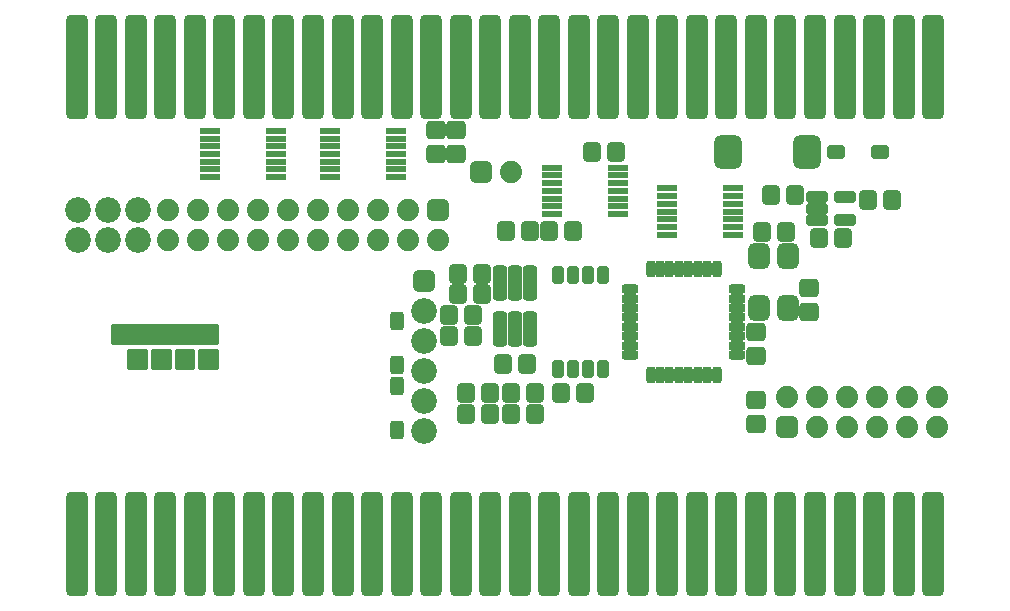
<source format=gts>
G04*
G04  File:            DXEMU_GERBER.GTS, Fri Jul 12 00:14:53 2019*
G04  Source:          P-CAD 2006 PCB, Version 19.02.958, (D:\retrocomputing\dxemu\PCB\temp\dxemu_gerber.pcb)*
G04  Format:          Gerber Format (RS-274-D), ASCII*
G04*
G04  Format Options:  Absolute Positioning*
G04                   Leading-Zero Suppression*
G04                   Scale Factor 1:1*
G04                   NO Circular Interpolation*
G04                   Inch Units*
G04                   Numeric Format: 4.4 (XXXX.XXXX)*
G04                   G54 NOT Used for Aperture Change*
G04                   Apertures Embedded*
G04*
G04  File Options:    Offset = (0.0mil,0.0mil)*
G04                   Drill Symbol Size = 80.0mil*
G04                   Pad/Via Holes*
G04*
G04  File Contents:   Pads*
G04                   Vias*
G04                   No Designators*
G04                   No Types*
G04                   No Values*
G04                   No Drill Symbols*
G04                   Top Mask*
G04*
%INDXEMU_GERBER.GTS*%
%ICAS*%
%MOIN*%
G04*
G04  Aperture MACROs for general use --- invoked via D-code assignment *
G04*
G04  General MACRO for flashed round with rotation and/or offset hole *
%AMROTOFFROUND*
1,1,$1,0.0000,0.0000*
1,0,$2,$3,$4*%
G04*
G04  General MACRO for flashed oval (obround) with rotation and/or offset hole *
%AMROTOFFOVAL*
21,1,$1,$2,0.0000,0.0000,$3*
1,1,$4,$5,$6*
1,1,$4,0-$5,0-$6*
1,0,$7,$8,$9*%
G04*
G04  General MACRO for flashed oval (obround) with rotation and no hole *
%AMROTOVALNOHOLE*
21,1,$1,$2,0.0000,0.0000,$3*
1,1,$4,$5,$6*
1,1,$4,0-$5,0-$6*%
G04*
G04  General MACRO for flashed rectangle with rotation and/or offset hole *
%AMROTOFFRECT*
21,1,$1,$2,0.0000,0.0000,$3*
1,0,$4,$5,$6*%
G04*
G04  General MACRO for flashed rectangle with rotation and no hole *
%AMROTRECTNOHOLE*
21,1,$1,$2,0.0000,0.0000,$3*%
G04*
G04  General MACRO for flashed rounded-rectangle *
%AMROUNDRECT*
21,1,$1,$2-$4,0.0000,0.0000,$3*
21,1,$1-$4,$2,0.0000,0.0000,$3*
1,1,$4,$5,$6*
1,1,$4,$7,$8*
1,1,$4,0-$5,0-$6*
1,1,$4,0-$7,0-$8*
1,0,$9,$10,$11*%
G04*
G04  General MACRO for flashed rounded-rectangle with rotation and no hole *
%AMROUNDRECTNOHOLE*
21,1,$1,$2-$4,0.0000,0.0000,$3*
21,1,$1-$4,$2,0.0000,0.0000,$3*
1,1,$4,$5,$6*
1,1,$4,$7,$8*
1,1,$4,0-$5,0-$6*
1,1,$4,0-$7,0-$8*%
G04*
G04  General MACRO for flashed regular polygon *
%AMREGPOLY*
5,1,$1,0.0000,0.0000,$2,$3+$4*
1,0,$5,$6,$7*%
G04*
G04  General MACRO for flashed regular polygon with no hole *
%AMREGPOLYNOHOLE*
5,1,$1,0.0000,0.0000,$2,$3+$4*%
G04*
G04  General MACRO for target *
%AMTARGET*
6,0,0,$1,$2,$3,4,$4,$5,$6*%
G04*
G04  General MACRO for mounting hole *
%AMMTHOLE*
1,1,$1,0,0*
1,0,$2,0,0*
$1=$1-$2*
$1=$1/2*
21,1,$2+$1,$3,0,0,$4*
21,1,$3,$2+$1,0,0,$4*%
G04*
G04*
G04  D10 : "Ellipse X0.254mm Y0.254mm H0.000mm 0.0deg (0.000mm,0.000mm) Draw"*
G04  Disc: OuterDia=0.0100*
%ADD10C, 0.0100*%
G04  D11 : "Ellipse X0.300mm Y0.300mm H0.000mm 0.0deg (0.000mm,0.000mm) Draw"*
G04  Disc: OuterDia=0.0118*
%ADD11C, 0.0118*%
G04  D12 : "Ellipse X0.350mm Y0.350mm H0.000mm 0.0deg (0.000mm,0.000mm) Draw"*
G04  Disc: OuterDia=0.0138*
%ADD12C, 0.0138*%
G04  D13 : "Ellipse X0.400mm Y0.400mm H0.000mm 0.0deg (0.000mm,0.000mm) Draw"*
G04  Disc: OuterDia=0.0157*
%ADD13C, 0.0157*%
G04  D14 : "Ellipse X0.500mm Y0.500mm H0.000mm 0.0deg (0.000mm,0.000mm) Draw"*
G04  Disc: OuterDia=0.0197*
%ADD14C, 0.0197*%
G04  D15 : "Ellipse X0.100mm Y0.100mm H0.000mm 0.0deg (0.000mm,0.000mm) Draw"*
G04  Disc: OuterDia=0.0039*
%ADD15C, 0.0039*%
G04  D16 : "Ellipse X1.000mm Y1.000mm H0.000mm 0.0deg (0.000mm,0.000mm) Draw"*
G04  Disc: OuterDia=0.0394*
%ADD16C, 0.0394*%
G04  D17 : "Ellipse X0.130mm Y0.130mm H0.000mm 0.0deg (0.000mm,0.000mm) Draw"*
G04  Disc: OuterDia=0.0051*
%ADD17C, 0.0051*%
G04  D18 : "Ellipse X0.150mm Y0.150mm H0.000mm 0.0deg (0.000mm,0.000mm) Draw"*
G04  Disc: OuterDia=0.0059*
%ADD18C, 0.0059*%
G04  D19 : "Ellipse X0.200mm Y0.200mm H0.000mm 0.0deg (0.000mm,0.000mm) Draw"*
G04  Disc: OuterDia=0.0079*
%ADD19C, 0.0079*%
G04  D20 : "Ellipse X0.250mm Y0.250mm H0.000mm 0.0deg (0.000mm,0.000mm) Draw"*
G04  Disc: OuterDia=0.0098*
%ADD20C, 0.0098*%
G04  D21 : "Ellipse X1.500mm Y1.500mm H0.000mm 0.0deg (0.000mm,0.000mm) Flash"*
G04  Disc: OuterDia=0.0591*
%ADD21C, 0.0591*%
G04  D22 : "Ellipse X1.800mm Y1.800mm H0.000mm 0.0deg (0.000mm,0.000mm) Flash"*
G04  Disc: OuterDia=0.0709*
%ADD22C, 0.0709*%
G04  D23 : "Ellipse X1.881mm Y1.881mm H0.000mm 0.0deg (0.000mm,0.000mm) Flash"*
G04  Disc: OuterDia=0.0741*
%ADD23C, 0.0741*%
G04  D24 : "Ellipse X2.181mm Y2.181mm H0.000mm 0.0deg (0.000mm,0.000mm) Flash"*
G04  Disc: OuterDia=0.0859*
%ADD24C, 0.0859*%
G04  D25 : "Rounded Rectangle X0.850mm Y2.600mm H0.000mm 0.0deg (0.000mm,0.000mm) Flash"*
G04  RoundRct: DimX=0.0335, DimY=0.1024, CornerRad=0.0084, Rotation=0.0, OffsetX=0.0000, OffsetY=0.0000, HoleDia=0.0000 *
%ADD25ROUNDRECTNOHOLE, 0.0335 X0.1024 X0.0 X0.0167 X-0.0084 X-0.0428 X-0.0084 X0.0428*%
G04  D26 : "Rounded Rectangle X1.231mm Y2.981mm H0.000mm 0.0deg (0.000mm,0.000mm) Flash"*
G04  RoundRct: DimX=0.0485, DimY=0.1174, CornerRad=0.0121, Rotation=0.0, OffsetX=0.0000, OffsetY=0.0000, HoleDia=0.0000 *
%ADD26ROUNDRECTNOHOLE, 0.0485 X0.1174 X0.0 X0.0242 X-0.0121 X-0.0466 X-0.0121 X0.0466*%
G04  D27 : "Rounded Rectangle X1.500mm Y8.500mm H0.000mm 0.0deg (0.000mm,0.000mm) Flash"*
G04  RoundRct: DimX=0.0591, DimY=0.3346, CornerRad=0.0148, Rotation=0.0, OffsetX=0.0000, OffsetY=0.0000, HoleDia=0.0000 *
%ADD27ROUNDRECTNOHOLE, 0.0591 X0.3346 X0.0 X0.0295 X-0.0148 X-0.1526 X-0.0148 X0.1526*%
G04  D28 : "Rounded Rectangle X1.881mm Y8.881mm H0.000mm 0.0deg (0.000mm,0.000mm) Flash"*
G04  RoundRct: DimX=0.0741, DimY=0.3496, CornerRad=0.0185, Rotation=0.0, OffsetX=0.0000, OffsetY=0.0000, HoleDia=0.0000 *
%ADD28ROUNDRECTNOHOLE, 0.0741 X0.3496 X0.0 X0.0370 X-0.0185 X-0.1563 X-0.0185 X0.1563*%
G04  D29 : "Rounded Rectangle X1.000mm Y0.400mm H0.000mm 0.0deg (0.000mm,0.000mm) Flash"*
G04  RoundRct: DimX=0.0394, DimY=0.0157, CornerRad=0.0039, Rotation=0.0, OffsetX=0.0000, OffsetY=0.0000, HoleDia=0.0000 *
%ADD29ROUNDRECTNOHOLE, 0.0394 X0.0157 X0.0 X0.0079 X-0.0157 X-0.0039 X-0.0157 X0.0039*%
G04  D30 : "Rounded Rectangle X0.400mm Y1.000mm H0.000mm 0.0deg (0.000mm,0.000mm) Flash"*
G04  RoundRct: DimX=0.0157, DimY=0.0394, CornerRad=0.0039, Rotation=0.0, OffsetX=0.0000, OffsetY=0.0000, HoleDia=0.0000 *
%ADD30ROUNDRECTNOHOLE, 0.0157 X0.0394 X0.0 X0.0079 X-0.0039 X-0.0157 X-0.0039 X0.0157*%
G04  D31 : "Rounded Rectangle X0.600mm Y1.100mm H0.000mm 0.0deg (0.000mm,0.000mm) Flash"*
G04  RoundRct: DimX=0.0236, DimY=0.0433, CornerRad=0.0059, Rotation=0.0, OffsetX=0.0000, OffsetY=0.0000, HoleDia=0.0000 *
%ADD31ROUNDRECTNOHOLE, 0.0236 X0.0433 X0.0 X0.0118 X-0.0059 X-0.0157 X-0.0059 X0.0157*%
G04  D32 : "Rounded Rectangle X1.200mm Y0.800mm H0.000mm 0.0deg (0.000mm,0.000mm) Flash"*
G04  RoundRct: DimX=0.0472, DimY=0.0315, CornerRad=0.0079, Rotation=0.0, OffsetX=0.0000, OffsetY=0.0000, HoleDia=0.0000 *
%ADD32ROUNDRECTNOHOLE, 0.0472 X0.0315 X0.0 X0.0157 X-0.0157 X-0.0079 X-0.0157 X0.0079*%
G04  D33 : "Rounded Rectangle X0.800mm Y1.200mm H0.000mm 0.0deg (0.000mm,0.000mm) Flash"*
G04  RoundRct: DimX=0.0315, DimY=0.0472, CornerRad=0.0079, Rotation=0.0, OffsetX=0.0000, OffsetY=0.0000, HoleDia=0.0000 *
%ADD33ROUNDRECTNOHOLE, 0.0315 X0.0472 X0.0 X0.0157 X-0.0079 X-0.0157 X-0.0079 X0.0157*%
G04  D34 : "Rounded Rectangle X1.200mm Y1.300mm H0.000mm 0.0deg (0.000mm,0.000mm) Flash"*
G04  RoundRct: DimX=0.0472, DimY=0.0512, CornerRad=0.0118, Rotation=0.0, OffsetX=0.0000, OffsetY=0.0000, HoleDia=0.0000 *
%ADD34ROUNDRECTNOHOLE, 0.0472 X0.0512 X0.0 X0.0236 X-0.0118 X-0.0138 X-0.0118 X0.0138*%
G04  D35 : "Rounded Rectangle X1.300mm Y1.200mm H0.000mm 0.0deg (0.000mm,0.000mm) Flash"*
G04  RoundRct: DimX=0.0512, DimY=0.0472, CornerRad=0.0118, Rotation=0.0, OffsetX=0.0000, OffsetY=0.0000, HoleDia=0.0000 *
%ADD35ROUNDRECTNOHOLE, 0.0512 X0.0472 X0.0 X0.0236 X-0.0138 X-0.0118 X-0.0138 X0.0118*%
G04  D36 : "Rounded Rectangle X1.381mm Y0.781mm H0.000mm 0.0deg (0.000mm,0.000mm) Flash"*
G04  RoundRct: DimX=0.0544, DimY=0.0307, CornerRad=0.0077, Rotation=0.0, OffsetX=0.0000, OffsetY=0.0000, HoleDia=0.0000 *
%ADD36ROUNDRECTNOHOLE, 0.0544 X0.0307 X0.0 X0.0154 X-0.0195 X-0.0077 X-0.0195 X0.0077*%
G04  D37 : "Rounded Rectangle X0.781mm Y1.381mm H0.000mm 0.0deg (0.000mm,0.000mm) Flash"*
G04  RoundRct: DimX=0.0307, DimY=0.0544, CornerRad=0.0077, Rotation=0.0, OffsetX=0.0000, OffsetY=0.0000, HoleDia=0.0000 *
%ADD37ROUNDRECTNOHOLE, 0.0307 X0.0544 X0.0 X0.0154 X-0.0077 X-0.0195 X-0.0077 X0.0195*%
G04  D38 : "Rounded Rectangle X0.981mm Y1.481mm H0.000mm 0.0deg (0.000mm,0.000mm) Flash"*
G04  RoundRct: DimX=0.0386, DimY=0.0583, CornerRad=0.0097, Rotation=0.0, OffsetX=0.0000, OffsetY=0.0000, HoleDia=0.0000 *
%ADD38ROUNDRECTNOHOLE, 0.0386 X0.0583 X0.0 X0.0193 X-0.0097 X-0.0195 X-0.0097 X0.0195*%
G04  D39 : "Rounded Rectangle X1.500mm Y0.600mm H0.000mm 0.0deg (0.000mm,0.000mm) Flash"*
G04  RoundRct: DimX=0.0591, DimY=0.0236, CornerRad=0.0059, Rotation=0.0, OffsetX=0.0000, OffsetY=0.0000, HoleDia=0.0000 *
%ADD39ROUNDRECTNOHOLE, 0.0591 X0.0236 X0.0 X0.0118 X-0.0236 X-0.0059 X-0.0236 X0.0059*%
G04  D40 : "Rounded Rectangle X1.500mm Y1.500mm H0.000mm 0.0deg (0.000mm,0.000mm) Flash"*
G04  RoundRct: DimX=0.0591, DimY=0.0591, CornerRad=0.0148, Rotation=0.0, OffsetX=0.0000, OffsetY=0.0000, HoleDia=0.0000 *
%ADD40ROUNDRECTNOHOLE, 0.0591 X0.0591 X0.0 X0.0295 X-0.0148 X-0.0148 X-0.0148 X0.0148*%
G04  D41 : "Rounded Rectangle X1.581mm Y1.181mm H0.000mm 0.0deg (0.000mm,0.000mm) Flash"*
G04  RoundRct: DimX=0.0622, DimY=0.0465, CornerRad=0.0116, Rotation=0.0, OffsetX=0.0000, OffsetY=0.0000, HoleDia=0.0000 *
%ADD41ROUNDRECTNOHOLE, 0.0622 X0.0465 X0.0 X0.0232 X-0.0195 X-0.0116 X-0.0195 X0.0116*%
G04  D42 : "Rounded Rectangle X1.181mm Y1.581mm H0.000mm 0.0deg (0.000mm,0.000mm) Flash"*
G04  RoundRct: DimX=0.0465, DimY=0.0622, CornerRad=0.0116, Rotation=0.0, OffsetX=0.0000, OffsetY=0.0000, HoleDia=0.0000 *
%ADD42ROUNDRECTNOHOLE, 0.0465 X0.0622 X0.0 X0.0232 X-0.0116 X-0.0195 X-0.0116 X0.0195*%
G04  D43 : "Rounded Rectangle X1.581mm Y1.681mm H0.000mm 0.0deg (0.000mm,0.000mm) Flash"*
G04  RoundRct: DimX=0.0622, DimY=0.0662, CornerRad=0.0156, Rotation=0.0, OffsetX=0.0000, OffsetY=0.0000, HoleDia=0.0000 *
%ADD43ROUNDRECTNOHOLE, 0.0622 X0.0662 X0.0 X0.0311 X-0.0156 X-0.0175 X-0.0156 X0.0175*%
G04  D44 : "Rounded Rectangle X1.681mm Y1.581mm H0.000mm 0.0deg (0.000mm,0.000mm) Flash"*
G04  RoundRct: DimX=0.0662, DimY=0.0622, CornerRad=0.0156, Rotation=0.0, OffsetX=0.0000, OffsetY=0.0000, HoleDia=0.0000 *
%ADD44ROUNDRECTNOHOLE, 0.0662 X0.0622 X0.0 X0.0311 X-0.0175 X-0.0156 X-0.0175 X0.0156*%
G04  D45 : "Rounded Rectangle X1.400mm Y1.800mm H0.000mm 0.0deg (0.000mm,0.000mm) Flash"*
G04  RoundRct: DimX=0.0551, DimY=0.0709, CornerRad=0.0138, Rotation=0.0, OffsetX=0.0000, OffsetY=0.0000, HoleDia=0.0000 *
%ADD45ROUNDRECTNOHOLE, 0.0551 X0.0709 X0.0 X0.0276 X-0.0138 X-0.0217 X-0.0138 X0.0217*%
G04  D46 : "Rounded Rectangle X1.800mm Y1.800mm H0.000mm 0.0deg (0.000mm,0.000mm) Flash"*
G04  RoundRct: DimX=0.0709, DimY=0.0709, CornerRad=0.0177, Rotation=0.0, OffsetX=0.0000, OffsetY=0.0000, HoleDia=0.0000 *
%ADD46ROUNDRECTNOHOLE, 0.0709 X0.0709 X0.0 X0.0354 X-0.0177 X-0.0177 X-0.0177 X0.0177*%
G04  D47 : "Rounded Rectangle X1.881mm Y0.981mm H0.000mm 0.0deg (0.000mm,0.000mm) Flash"*
G04  RoundRct: DimX=0.0741, DimY=0.0386, CornerRad=0.0097, Rotation=0.0, OffsetX=0.0000, OffsetY=0.0000, HoleDia=0.0000 *
%ADD47ROUNDRECTNOHOLE, 0.0741 X0.0386 X0.0 X0.0193 X-0.0274 X-0.0097 X-0.0274 X0.0097*%
G04  D48 : "Rounded Rectangle X1.881mm Y1.881mm H0.000mm 0.0deg (0.000mm,0.000mm) Flash"*
G04  RoundRct: DimX=0.0741, DimY=0.0741, CornerRad=0.0185, Rotation=0.0, OffsetX=0.0000, OffsetY=0.0000, HoleDia=0.0000 *
%ADD48ROUNDRECTNOHOLE, 0.0741 X0.0741 X0.0 X0.0370 X-0.0185 X-0.0185 X-0.0185 X0.0185*%
G04  D49 : "Rounded Rectangle X2.000mm Y2.500mm H0.000mm 0.0deg (0.000mm,0.000mm) Flash"*
G04  RoundRct: DimX=0.0787, DimY=0.0984, CornerRad=0.0197, Rotation=0.0, OffsetX=0.0000, OffsetY=0.0000, HoleDia=0.0000 *
%ADD49ROUNDRECTNOHOLE, 0.0787 X0.0984 X0.0 X0.0394 X-0.0197 X-0.0295 X-0.0197 X0.0295*%
G04  D50 : "Rounded Rectangle X1.781mm Y2.181mm H0.000mm 0.0deg (0.000mm,0.000mm) Flash"*
G04  RoundRct: DimX=0.0701, DimY=0.0859, CornerRad=0.0175, Rotation=0.0, OffsetX=0.0000, OffsetY=0.0000, HoleDia=0.0000 *
%ADD50ROUNDRECTNOHOLE, 0.0701 X0.0859 X0.0 X0.0351 X-0.0175 X-0.0254 X-0.0175 X0.0254*%
G04  D51 : "Rounded Rectangle X2.181mm Y2.181mm H0.000mm 0.0deg (0.000mm,0.000mm) Flash"*
G04  RoundRct: DimX=0.0859, DimY=0.0859, CornerRad=0.0215, Rotation=0.0, OffsetX=0.0000, OffsetY=0.0000, HoleDia=0.0000 *
%ADD51ROUNDRECTNOHOLE, 0.0859 X0.0859 X0.0 X0.0429 X-0.0215 X-0.0215 X-0.0215 X0.0215*%
G04  D52 : "Rounded Rectangle X2.381mm Y2.881mm H0.000mm 0.0deg (0.000mm,0.000mm) Flash"*
G04  RoundRct: DimX=0.0937, DimY=0.1134, CornerRad=0.0234, Rotation=0.0, OffsetX=0.0000, OffsetY=0.0000, HoleDia=0.0000 *
%ADD52ROUNDRECTNOHOLE, 0.0937 X0.1134 X0.0 X0.0469 X-0.0234 X-0.0333 X-0.0234 X0.0333*%
G04  D53 : "Rectangle X1.600mm Y0.350mm H0.000mm 0.0deg (0.000mm,0.000mm) Flash"*
G04  Rectangular: DimX=0.0630, DimY=0.0138, Rotation=0.0, OffsetX=0.0000, OffsetY=0.0000, HoleDia=0.0000 *
%ADD53R, 0.0630 X0.0138*%
G04  D54 : "Rectangle X1.740mm Y0.490mm H0.000mm 0.0deg (0.000mm,0.000mm) Flash"*
G04  Rectangular: DimX=0.0685, DimY=0.0193, Rotation=0.0, OffsetX=0.0000, OffsetY=0.0000, HoleDia=0.0000 *
%ADD54R, 0.0685 X0.0193*%
G04  D55 : "Ellipse X0.500mm Y0.500mm H0.000mm 0.0deg (0.000mm,0.000mm) Flash"*
G04  Disc: OuterDia=0.0197*
%ADD55C, 0.0197*%
G04*
%FSLAX44Y44*%
%SFA1B1*%
%OFA0.0000B0.0000*%
G04*
G70*
G90*
G01*
D2*
%LNTop Mask*%
D10*
X24115Y74853*
X24604D1*
X24115Y74902D2*
X24604D1*
X24115Y74951D2*
X24604D1*
X24115Y74999D2*
X24604D1*
X24115Y75048D2*
X24604D1*
X24115Y75097D2*
X24604D1*
X24115Y75145D2*
X24604D1*
X24115Y75194D2*
X24604D1*
X24115Y75242D2*
X24604D1*
X24115Y75291D2*
X24604D1*
X24115Y75340D2*
X24604D1*
X24654Y75392D2*
X24065D1*
Y74803*
X24654*
Y75392*
X25690Y74853D2*
X26179D1*
X25690Y74902D2*
X26179D1*
X25690Y74951D2*
X26179D1*
X25690Y74999D2*
X26179D1*
X25690Y75048D2*
X26179D1*
X25690Y75097D2*
X26179D1*
X25690Y75145D2*
X26179D1*
X25690Y75194D2*
X26179D1*
X25690Y75242D2*
X26179D1*
X25690Y75291D2*
X26179D1*
X25690Y75340D2*
X26179D1*
X26229Y75392D2*
X25640D1*
Y74803*
X26229*
Y75392*
X24903Y74853D2*
X25392D1*
X24903Y74902D2*
X25392D1*
X24903Y74951D2*
X25392D1*
X24903Y74999D2*
X25392D1*
X24903Y75048D2*
X25392D1*
X24903Y75097D2*
X25392D1*
X24903Y75145D2*
X25392D1*
X24903Y75194D2*
X25392D1*
X24903Y75242D2*
X25392D1*
X24903Y75291D2*
X25392D1*
X24903Y75340D2*
X25392D1*
X25442Y75392D2*
X24853D1*
Y74803*
X25442*
Y75392*
X26477Y74853D2*
X26966D1*
X26477Y74902D2*
X26966D1*
X26477Y74951D2*
X26966D1*
X26477Y74999D2*
X26966D1*
X26477Y75048D2*
X26966D1*
X26477Y75097D2*
X26966D1*
X26477Y75145D2*
X26966D1*
X26477Y75194D2*
X26966D1*
X26477Y75242D2*
X26966D1*
X26477Y75291D2*
X26966D1*
X26477Y75340D2*
X26966D1*
X27016Y75392D2*
X26427D1*
Y74803*
X27016*
Y75392*
X23574Y75690D2*
X26966D1*
X23574Y75739D2*
X26966D1*
X23574Y75787D2*
X26966D1*
X23574Y75836D2*
X26966D1*
X23574Y75885D2*
X26966D1*
X23574Y75933D2*
X26966D1*
X23574Y75982D2*
X26966D1*
X23574Y76030D2*
X26966D1*
X23574Y76079D2*
X26966D1*
X23574Y76128D2*
X26966D1*
X23574Y76176D2*
X26966D1*
X27016Y76229D2*
X23524D1*
Y75640*
X27016*
Y76229*
D2*
D43*
X34737Y75885D3*
X35537D3*
D44*
X34990Y82732D3*
Y81932D3*
X34301Y82732D3*
Y81932D3*
D43*
X36804Y73277D3*
X37604D3*
D28*
X23326Y68946D3*
X22342D3*
X26279D3*
X25295D3*
X29232D3*
X28248D3*
X32185D3*
X31200D3*
X35137D3*
X34153D3*
X38090D3*
X37106D3*
D43*
X37358Y74950D3*
X36558D3*
D26*
X36458Y77637D3*
X37458D3*
X36458Y76102D3*
X37458D3*
X36958Y77637D3*
Y76102D3*
D28*
X40059Y68946D3*
X41043D3*
X43011D3*
X43996D3*
X45964D3*
X46948D3*
D43*
X45466Y80561D3*
X46266D3*
D44*
X46751Y76666D3*
Y77466D3*
D28*
X48917Y68946D3*
X49901D3*
D43*
X49514Y80413D3*
X48714D3*
D28*
X23326Y84842D3*
X22342D3*
X26279D3*
X25295D3*
X29232D3*
X28248D3*
X32185D3*
X31200D3*
X35137D3*
X34153D3*
X38090D3*
X37106D3*
X40059D3*
X41043D3*
X43011D3*
X43996D3*
X45964D3*
X46948D3*
X48917D3*
X49901D3*
D42*
X33021Y72736D3*
Y74212D3*
D43*
X36128Y73277D3*
X35328D3*
X36128Y73966D3*
X35328D3*
X35537Y76574D3*
X34737D3*
X35833Y77263D3*
X35033D3*
D54*
X30793Y81171D3*
Y81427D3*
Y81683D3*
Y81938D3*
Y82194D3*
Y82450D3*
Y82706D3*
X32998Y81171D3*
Y81427D3*
Y81683D3*
Y81938D3*
Y82194D3*
Y82450D3*
Y82706D3*
X26793Y81171D3*
Y81427D3*
Y81683D3*
Y81938D3*
Y82194D3*
Y82450D3*
Y82706D3*
X28998Y81171D3*
Y81427D3*
Y81683D3*
Y81938D3*
Y82194D3*
Y82450D3*
Y82706D3*
D43*
X39274Y73966D3*
X38474D3*
D44*
X44980Y72926D3*
Y73726D3*
D43*
X38884Y79379D3*
X38084D3*
X45170Y79330D3*
X45970D3*
X47090Y79133D3*
X47890D3*
D41*
X49114Y81988D3*
X47637D3*
D43*
X39511D3*
X40311D3*
D28*
X24311Y68946D3*
X27263D3*
X30216D3*
X33169D3*
X36122D3*
D43*
X35033Y77952D3*
X35833D3*
D23*
X36818Y81348D3*
D48*
X35818D3*
D42*
X33021Y74901D3*
Y76377D3*
D28*
X39074Y68946D3*
X42027D3*
X44980D3*
X47933D3*
D44*
X44980Y75990D3*
Y75190D3*
D47*
X47017Y79744D3*
Y80492D3*
X47962Y79744D3*
Y80492D3*
X47017Y80118D3*
D38*
X39874Y74753D3*
X39374D3*
X38874D3*
X38374D3*
X39874Y77903D3*
X39374D3*
X38874D3*
X38374D3*
D52*
X44055Y81988D3*
X46692D3*
D54*
X44212Y80787D3*
Y80531D3*
Y80275D3*
Y80019D3*
Y79763D3*
Y79507D3*
Y79251D3*
X42007Y80787D3*
Y80531D3*
Y80275D3*
Y80019D3*
Y79763D3*
Y79507D3*
Y79251D3*
D50*
X45098Y78523D3*
X46043D3*
X45098Y76791D3*
X46043D3*
D36*
X44340Y77431D3*
Y77116D3*
Y76801D3*
Y76486D3*
D37*
X43671Y78100D3*
X43356D3*
X43041D3*
X42726D3*
D36*
X44340Y76171D3*
Y75856D3*
Y75541D3*
Y75226D3*
D37*
X43671Y74557D3*
X43356D3*
X43041D3*
X42726D3*
D36*
X40797Y77431D3*
Y77116D3*
Y76801D3*
Y76486D3*
D37*
X42411Y78100D3*
X42096D3*
X41781D3*
X41466D3*
D36*
X40797Y76171D3*
Y75856D3*
Y75541D3*
Y75226D3*
D37*
X42411Y74557D3*
X42096D3*
X41781D3*
X41466D3*
D54*
X38169Y79940D3*
Y80196D3*
Y80452D3*
Y80708D3*
Y80964D3*
Y81220D3*
Y81476D3*
X40374Y79940D3*
Y80196D3*
Y80452D3*
Y80708D3*
Y80964D3*
Y81220D3*
Y81476D3*
D28*
X50885Y68946D3*
X24311Y84842D3*
X27263D3*
X30216D3*
X33169D3*
X36122D3*
D24*
X33907Y73696D3*
Y72696D3*
Y74696D3*
Y76696D3*
Y75696D3*
D48*
Y77696D3*
D28*
X39074Y84842D3*
X42027D3*
X44980D3*
X47933D3*
X50885D3*
D43*
X37457Y79379D3*
X36657D3*
D24*
X24395Y80076D3*
X23395D3*
D23*
X27395D3*
X26395D3*
X30395D3*
X29395D3*
X33395D3*
X32395D3*
D24*
X24395Y79076D3*
X23395D3*
D23*
X27395D3*
X26395D3*
X30395D3*
X29395D3*
X33395D3*
X32395D3*
X28395Y80076D3*
X25395D3*
D24*
X22395D3*
D48*
X34395D3*
D23*
X31395D3*
X28395Y79076D3*
X25395D3*
D24*
X22395D3*
D23*
X34395D3*
X31395D3*
D43*
X36804Y73966D3*
X37604D3*
D23*
X49023Y73826D3*
X50023D3*
X51023D3*
X46023D3*
X47023D3*
X48023D3*
X49023Y72826D3*
X50023D3*
X51023D3*
D48*
X46023D3*
D23*
X47023D3*
X48023D3*
D02M02*

</source>
